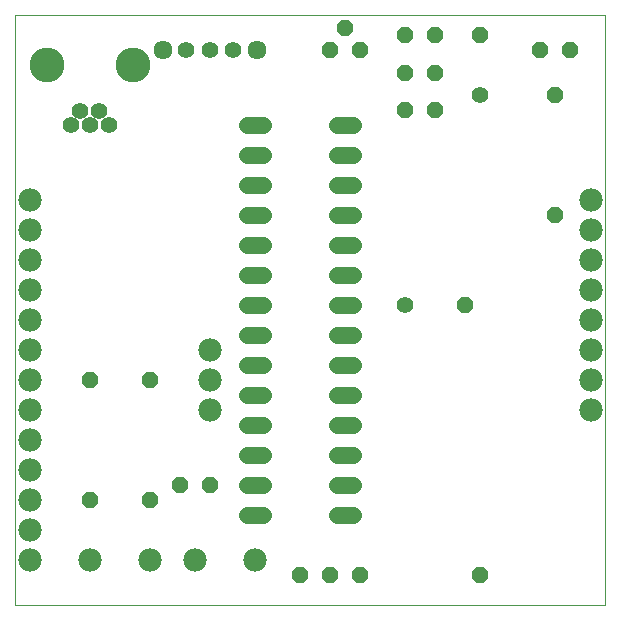
<source format=gbs>
G75*
%MOIN*%
%OFA0B0*%
%FSLAX25Y25*%
%IPPOS*%
%LPD*%
%AMOC8*
5,1,8,0,0,1.08239X$1,22.5*
%
%ADD10C,0.00000*%
%ADD11OC8,0.05600*%
%ADD12C,0.05600*%
%ADD13C,0.05550*%
%ADD14C,0.11620*%
%ADD15C,0.05600*%
%ADD16C,0.06337*%
%ADD17C,0.07800*%
D10*
X0006250Y0003667D02*
X0006250Y0200517D01*
X0203100Y0200517D01*
X0203100Y0003667D01*
X0006250Y0003667D01*
D11*
X0031250Y0038667D03*
X0051250Y0038667D03*
X0061250Y0043667D03*
X0071250Y0043667D03*
X0101250Y0013667D03*
X0111250Y0013667D03*
X0121250Y0013667D03*
X0161250Y0013667D03*
X0156250Y0103667D03*
X0186250Y0133667D03*
X0186250Y0173667D03*
X0181250Y0188667D03*
X0191250Y0188667D03*
X0161250Y0193667D03*
X0146250Y0193667D03*
X0136250Y0193667D03*
X0136250Y0181167D03*
X0146250Y0181167D03*
X0146250Y0168667D03*
X0136250Y0168667D03*
X0121250Y0188667D03*
X0116250Y0196167D03*
X0111250Y0188667D03*
X0051250Y0078667D03*
X0031250Y0078667D03*
D12*
X0136250Y0103667D03*
X0161250Y0173667D03*
D13*
X0079124Y0188667D03*
X0071250Y0188667D03*
X0063376Y0188667D03*
X0037549Y0163588D03*
X0034400Y0168312D03*
X0031250Y0163588D03*
X0028100Y0168312D03*
X0024951Y0163588D03*
D14*
X0016880Y0183667D03*
X0045620Y0183667D03*
D15*
X0083650Y0163667D02*
X0088850Y0163667D01*
X0088850Y0153667D02*
X0083650Y0153667D01*
X0083650Y0143667D02*
X0088850Y0143667D01*
X0088850Y0133667D02*
X0083650Y0133667D01*
X0083650Y0123667D02*
X0088850Y0123667D01*
X0088850Y0113667D02*
X0083650Y0113667D01*
X0083650Y0103667D02*
X0088850Y0103667D01*
X0088850Y0093667D02*
X0083650Y0093667D01*
X0083650Y0083667D02*
X0088850Y0083667D01*
X0088850Y0073667D02*
X0083650Y0073667D01*
X0083650Y0063667D02*
X0088850Y0063667D01*
X0088850Y0053667D02*
X0083650Y0053667D01*
X0083650Y0043667D02*
X0088850Y0043667D01*
X0088850Y0033667D02*
X0083650Y0033667D01*
X0113650Y0033667D02*
X0118850Y0033667D01*
X0118850Y0043667D02*
X0113650Y0043667D01*
X0113650Y0053667D02*
X0118850Y0053667D01*
X0118850Y0063667D02*
X0113650Y0063667D01*
X0113650Y0073667D02*
X0118850Y0073667D01*
X0118850Y0083667D02*
X0113650Y0083667D01*
X0113650Y0093667D02*
X0118850Y0093667D01*
X0118850Y0103667D02*
X0113650Y0103667D01*
X0113650Y0113667D02*
X0118850Y0113667D01*
X0118850Y0123667D02*
X0113650Y0123667D01*
X0113650Y0133667D02*
X0118850Y0133667D01*
X0118850Y0143667D02*
X0113650Y0143667D01*
X0113650Y0153667D02*
X0118850Y0153667D01*
X0118850Y0163667D02*
X0113650Y0163667D01*
D16*
X0086998Y0188667D03*
X0055502Y0188667D03*
D17*
X0011250Y0138667D03*
X0011250Y0128667D03*
X0011250Y0118667D03*
X0011250Y0108667D03*
X0011250Y0098667D03*
X0011250Y0088667D03*
X0011250Y0078667D03*
X0011250Y0068667D03*
X0011250Y0058667D03*
X0011250Y0048667D03*
X0011250Y0038667D03*
X0011250Y0028667D03*
X0011250Y0018667D03*
X0031250Y0018667D03*
X0051250Y0018667D03*
X0066250Y0018667D03*
X0086250Y0018667D03*
X0071250Y0068667D03*
X0071250Y0078667D03*
X0071250Y0088667D03*
X0198250Y0088667D03*
X0198250Y0098667D03*
X0198250Y0108667D03*
X0198250Y0118667D03*
X0198250Y0128667D03*
X0198250Y0138667D03*
X0198250Y0078667D03*
X0198250Y0068667D03*
M02*

</source>
